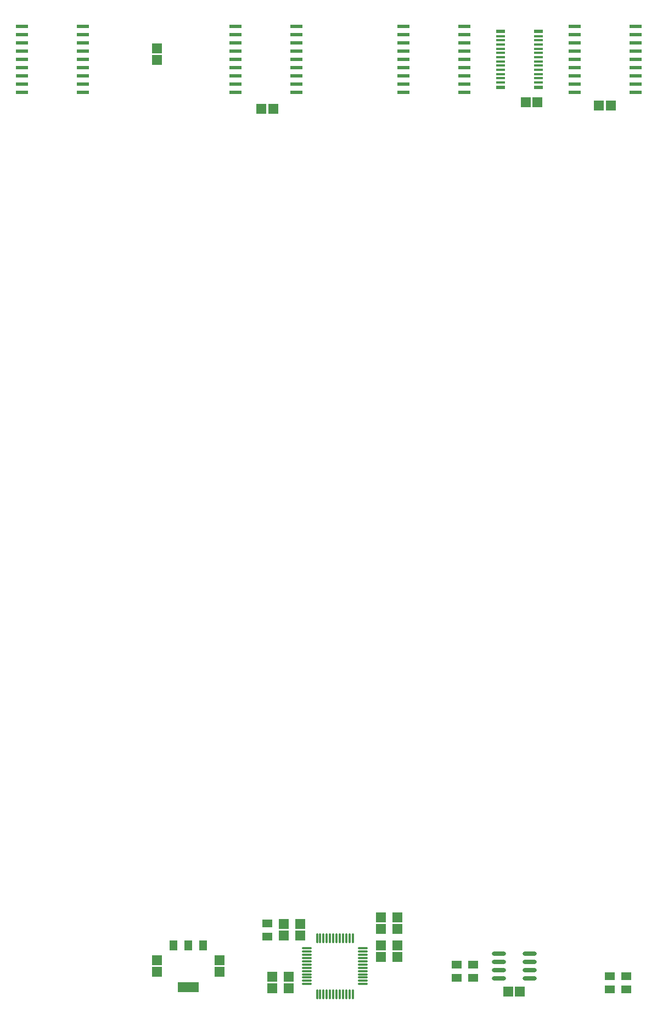
<source format=gtp>
G04*
G04 #@! TF.GenerationSoftware,Altium Limited,Altium Designer,20.2.3 (150)*
G04*
G04 Layer_Color=8421504*
%FSLAX25Y25*%
%MOIN*%
G70*
G04*
G04 #@! TF.SameCoordinates,4877317F-2E7F-43E9-A464-E33F9C0CD60A*
G04*
G04*
G04 #@! TF.FilePolarity,Positive*
G04*
G01*
G75*
%ADD10R,0.07677X0.02165*%
%ADD11R,0.04724X0.06299*%
%ADD12R,0.12992X0.06299*%
%ADD13O,0.06496X0.01181*%
%ADD14O,0.01181X0.06496*%
%ADD15R,0.06102X0.05906*%
%ADD16R,0.05906X0.06102*%
%ADD17R,0.06102X0.04921*%
%ADD18O,0.08661X0.02362*%
%ADD19R,0.05315X0.02362*%
%ADD20R,0.05315X0.01575*%
D10*
X668504Y710000D02*
D03*
Y715000D02*
D03*
Y720000D02*
D03*
Y725000D02*
D03*
Y730000D02*
D03*
Y735000D02*
D03*
Y740000D02*
D03*
Y745000D02*
D03*
Y750000D02*
D03*
X631496Y710000D02*
D03*
Y715000D02*
D03*
Y720000D02*
D03*
Y725000D02*
D03*
Y730000D02*
D03*
Y735000D02*
D03*
Y740000D02*
D03*
Y745000D02*
D03*
Y750000D02*
D03*
X527496Y750000D02*
D03*
Y745000D02*
D03*
Y740000D02*
D03*
Y735000D02*
D03*
Y730000D02*
D03*
Y725000D02*
D03*
Y720000D02*
D03*
Y715000D02*
D03*
Y710000D02*
D03*
X564504Y750000D02*
D03*
Y745000D02*
D03*
Y740000D02*
D03*
Y735000D02*
D03*
Y730000D02*
D03*
Y725000D02*
D03*
Y720000D02*
D03*
Y715000D02*
D03*
Y710000D02*
D03*
X425496Y750000D02*
D03*
Y745000D02*
D03*
Y740000D02*
D03*
Y735000D02*
D03*
Y730000D02*
D03*
Y725000D02*
D03*
Y720000D02*
D03*
Y715000D02*
D03*
Y710000D02*
D03*
X462504Y750000D02*
D03*
Y745000D02*
D03*
Y740000D02*
D03*
Y735000D02*
D03*
Y730000D02*
D03*
Y725000D02*
D03*
Y720000D02*
D03*
Y715000D02*
D03*
Y710000D02*
D03*
X333004Y710000D02*
D03*
Y715000D02*
D03*
Y720000D02*
D03*
Y725000D02*
D03*
Y730000D02*
D03*
Y735000D02*
D03*
Y740000D02*
D03*
Y745000D02*
D03*
Y750000D02*
D03*
X295996Y710000D02*
D03*
Y715000D02*
D03*
Y720000D02*
D03*
Y725000D02*
D03*
Y730000D02*
D03*
Y735000D02*
D03*
Y740000D02*
D03*
Y745000D02*
D03*
Y750000D02*
D03*
D11*
X406055Y192598D02*
D03*
X397000D02*
D03*
X387945D02*
D03*
D12*
X397000Y167402D02*
D03*
D13*
X503028Y190827D02*
D03*
Y188858D02*
D03*
Y186890D02*
D03*
Y184921D02*
D03*
Y182953D02*
D03*
Y180984D02*
D03*
Y179016D02*
D03*
Y177047D02*
D03*
Y175079D02*
D03*
Y173110D02*
D03*
Y171142D02*
D03*
Y169173D02*
D03*
X468972D02*
D03*
Y171142D02*
D03*
Y173110D02*
D03*
Y175079D02*
D03*
Y177047D02*
D03*
Y179016D02*
D03*
Y180984D02*
D03*
Y182953D02*
D03*
Y184921D02*
D03*
Y186890D02*
D03*
Y188858D02*
D03*
Y190827D02*
D03*
D14*
X496827Y162972D02*
D03*
X494858D02*
D03*
X492890D02*
D03*
X490921D02*
D03*
X488953D02*
D03*
X486984D02*
D03*
X485016D02*
D03*
X483047D02*
D03*
X481079D02*
D03*
X479110D02*
D03*
X477142D02*
D03*
X475173D02*
D03*
Y197028D02*
D03*
X477142D02*
D03*
X479110D02*
D03*
X481079D02*
D03*
X483047D02*
D03*
X485016D02*
D03*
X486984D02*
D03*
X488953D02*
D03*
X490921D02*
D03*
X492890D02*
D03*
X494858D02*
D03*
X496827D02*
D03*
D15*
X524000Y209543D02*
D03*
Y202457D02*
D03*
X514000Y209543D02*
D03*
Y202457D02*
D03*
Y192543D02*
D03*
Y185457D02*
D03*
X457969Y166457D02*
D03*
Y173543D02*
D03*
X447968Y166457D02*
D03*
Y173543D02*
D03*
X455000Y198457D02*
D03*
Y205543D02*
D03*
X465000Y198457D02*
D03*
Y205543D02*
D03*
X378000Y729457D02*
D03*
Y736543D02*
D03*
Y183543D02*
D03*
Y176457D02*
D03*
X416000Y176457D02*
D03*
Y183543D02*
D03*
X524000Y192543D02*
D03*
Y185457D02*
D03*
D16*
X601882Y704000D02*
D03*
X608968D02*
D03*
X591299Y164685D02*
D03*
X598386D02*
D03*
X653543Y702000D02*
D03*
X646457D02*
D03*
X448543Y700000D02*
D03*
X441457D02*
D03*
D17*
X653000Y165965D02*
D03*
Y174035D02*
D03*
X663000Y165965D02*
D03*
Y174035D02*
D03*
X445000Y206035D02*
D03*
Y197965D02*
D03*
X560000Y181035D02*
D03*
Y172965D02*
D03*
X570000Y181035D02*
D03*
Y172965D02*
D03*
D18*
X585551Y187500D02*
D03*
Y182500D02*
D03*
Y177500D02*
D03*
Y172500D02*
D03*
X604449Y187500D02*
D03*
Y182500D02*
D03*
Y177500D02*
D03*
Y172500D02*
D03*
D19*
X609516Y712972D02*
D03*
Y747028D02*
D03*
X586484D02*
D03*
Y712972D02*
D03*
D20*
X609516Y715925D02*
D03*
Y718484D02*
D03*
Y721043D02*
D03*
Y723602D02*
D03*
Y726161D02*
D03*
Y728721D02*
D03*
Y731280D02*
D03*
Y733839D02*
D03*
Y736398D02*
D03*
Y738957D02*
D03*
Y741516D02*
D03*
Y744075D02*
D03*
X586484D02*
D03*
Y741516D02*
D03*
Y738957D02*
D03*
Y736398D02*
D03*
Y733839D02*
D03*
Y731280D02*
D03*
Y728721D02*
D03*
Y726161D02*
D03*
Y723602D02*
D03*
Y721043D02*
D03*
Y718484D02*
D03*
Y715925D02*
D03*
M02*

</source>
